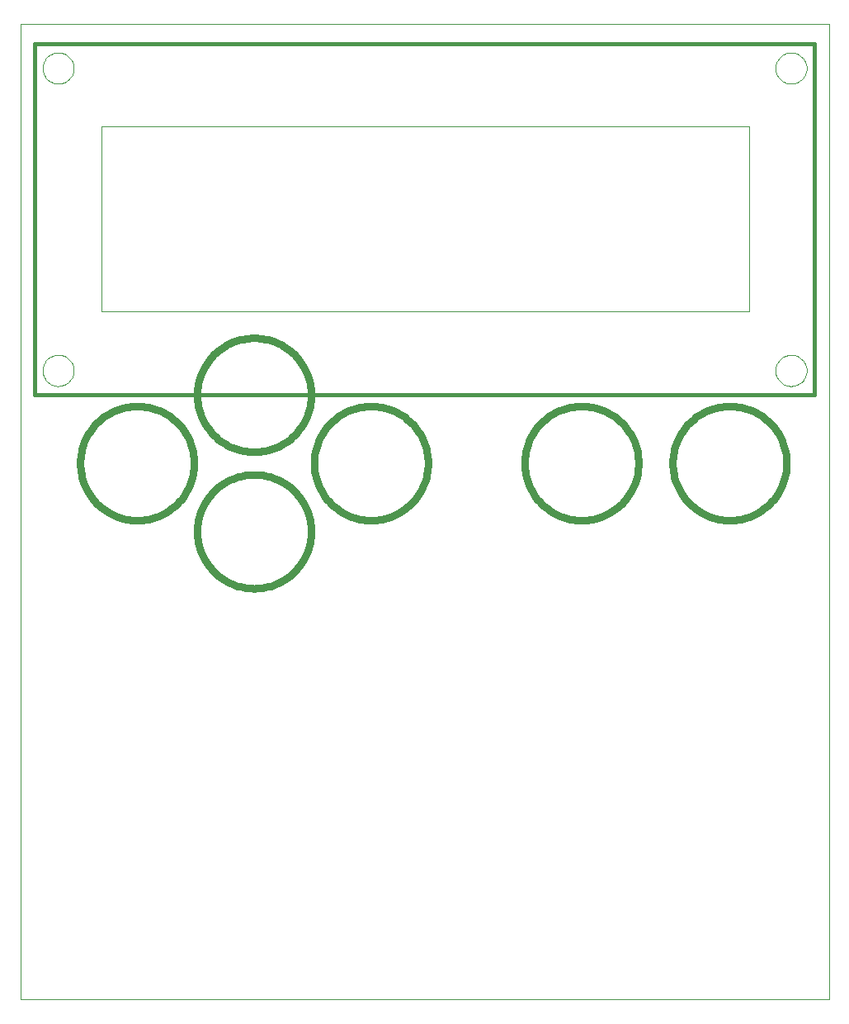
<source format=gbo>
G75*
G70*
%OFA0B0*%
%FSLAX24Y24*%
%IPPOS*%
%LPD*%
%AMOC8*
5,1,8,0,0,1.08239X$1,22.5*
%
%ADD10C,0.0000*%
%ADD11C,0.0160*%
%ADD12C,0.0300*%
D10*
X000100Y000100D02*
X000100Y039470D01*
X032777Y039470D01*
X032777Y000100D01*
X000100Y000100D01*
X001005Y025494D02*
X001007Y025544D01*
X001013Y025594D01*
X001023Y025643D01*
X001037Y025691D01*
X001054Y025738D01*
X001075Y025783D01*
X001100Y025827D01*
X001128Y025868D01*
X001160Y025907D01*
X001194Y025944D01*
X001231Y025978D01*
X001271Y026008D01*
X001313Y026035D01*
X001357Y026059D01*
X001403Y026080D01*
X001450Y026096D01*
X001498Y026109D01*
X001548Y026118D01*
X001597Y026123D01*
X001648Y026124D01*
X001698Y026121D01*
X001747Y026114D01*
X001796Y026103D01*
X001844Y026088D01*
X001890Y026070D01*
X001935Y026048D01*
X001978Y026022D01*
X002019Y025993D01*
X002058Y025961D01*
X002094Y025926D01*
X002126Y025888D01*
X002156Y025848D01*
X002183Y025805D01*
X002206Y025761D01*
X002225Y025715D01*
X002241Y025667D01*
X002253Y025618D01*
X002261Y025569D01*
X002265Y025519D01*
X002265Y025469D01*
X002261Y025419D01*
X002253Y025370D01*
X002241Y025321D01*
X002225Y025273D01*
X002206Y025227D01*
X002183Y025183D01*
X002156Y025140D01*
X002126Y025100D01*
X002094Y025062D01*
X002058Y025027D01*
X002019Y024995D01*
X001978Y024966D01*
X001935Y024940D01*
X001890Y024918D01*
X001844Y024900D01*
X001796Y024885D01*
X001747Y024874D01*
X001698Y024867D01*
X001648Y024864D01*
X001597Y024865D01*
X001548Y024870D01*
X001498Y024879D01*
X001450Y024892D01*
X001403Y024908D01*
X001357Y024929D01*
X001313Y024953D01*
X001271Y024980D01*
X001231Y025010D01*
X001194Y025044D01*
X001160Y025081D01*
X001128Y025120D01*
X001100Y025161D01*
X001075Y025205D01*
X001054Y025250D01*
X001037Y025297D01*
X001023Y025345D01*
X001013Y025394D01*
X001007Y025444D01*
X001005Y025494D01*
X003368Y027895D02*
X029549Y027895D01*
X029549Y035336D01*
X003368Y035336D01*
X003368Y027895D01*
X001005Y037698D02*
X001007Y037748D01*
X001013Y037798D01*
X001023Y037847D01*
X001037Y037895D01*
X001054Y037942D01*
X001075Y037987D01*
X001100Y038031D01*
X001128Y038072D01*
X001160Y038111D01*
X001194Y038148D01*
X001231Y038182D01*
X001271Y038212D01*
X001313Y038239D01*
X001357Y038263D01*
X001403Y038284D01*
X001450Y038300D01*
X001498Y038313D01*
X001548Y038322D01*
X001597Y038327D01*
X001648Y038328D01*
X001698Y038325D01*
X001747Y038318D01*
X001796Y038307D01*
X001844Y038292D01*
X001890Y038274D01*
X001935Y038252D01*
X001978Y038226D01*
X002019Y038197D01*
X002058Y038165D01*
X002094Y038130D01*
X002126Y038092D01*
X002156Y038052D01*
X002183Y038009D01*
X002206Y037965D01*
X002225Y037919D01*
X002241Y037871D01*
X002253Y037822D01*
X002261Y037773D01*
X002265Y037723D01*
X002265Y037673D01*
X002261Y037623D01*
X002253Y037574D01*
X002241Y037525D01*
X002225Y037477D01*
X002206Y037431D01*
X002183Y037387D01*
X002156Y037344D01*
X002126Y037304D01*
X002094Y037266D01*
X002058Y037231D01*
X002019Y037199D01*
X001978Y037170D01*
X001935Y037144D01*
X001890Y037122D01*
X001844Y037104D01*
X001796Y037089D01*
X001747Y037078D01*
X001698Y037071D01*
X001648Y037068D01*
X001597Y037069D01*
X001548Y037074D01*
X001498Y037083D01*
X001450Y037096D01*
X001403Y037112D01*
X001357Y037133D01*
X001313Y037157D01*
X001271Y037184D01*
X001231Y037214D01*
X001194Y037248D01*
X001160Y037285D01*
X001128Y037324D01*
X001100Y037365D01*
X001075Y037409D01*
X001054Y037454D01*
X001037Y037501D01*
X001023Y037549D01*
X001013Y037598D01*
X001007Y037648D01*
X001005Y037698D01*
X030612Y037698D02*
X030614Y037748D01*
X030620Y037798D01*
X030630Y037847D01*
X030644Y037895D01*
X030661Y037942D01*
X030682Y037987D01*
X030707Y038031D01*
X030735Y038072D01*
X030767Y038111D01*
X030801Y038148D01*
X030838Y038182D01*
X030878Y038212D01*
X030920Y038239D01*
X030964Y038263D01*
X031010Y038284D01*
X031057Y038300D01*
X031105Y038313D01*
X031155Y038322D01*
X031204Y038327D01*
X031255Y038328D01*
X031305Y038325D01*
X031354Y038318D01*
X031403Y038307D01*
X031451Y038292D01*
X031497Y038274D01*
X031542Y038252D01*
X031585Y038226D01*
X031626Y038197D01*
X031665Y038165D01*
X031701Y038130D01*
X031733Y038092D01*
X031763Y038052D01*
X031790Y038009D01*
X031813Y037965D01*
X031832Y037919D01*
X031848Y037871D01*
X031860Y037822D01*
X031868Y037773D01*
X031872Y037723D01*
X031872Y037673D01*
X031868Y037623D01*
X031860Y037574D01*
X031848Y037525D01*
X031832Y037477D01*
X031813Y037431D01*
X031790Y037387D01*
X031763Y037344D01*
X031733Y037304D01*
X031701Y037266D01*
X031665Y037231D01*
X031626Y037199D01*
X031585Y037170D01*
X031542Y037144D01*
X031497Y037122D01*
X031451Y037104D01*
X031403Y037089D01*
X031354Y037078D01*
X031305Y037071D01*
X031255Y037068D01*
X031204Y037069D01*
X031155Y037074D01*
X031105Y037083D01*
X031057Y037096D01*
X031010Y037112D01*
X030964Y037133D01*
X030920Y037157D01*
X030878Y037184D01*
X030838Y037214D01*
X030801Y037248D01*
X030767Y037285D01*
X030735Y037324D01*
X030707Y037365D01*
X030682Y037409D01*
X030661Y037454D01*
X030644Y037501D01*
X030630Y037549D01*
X030620Y037598D01*
X030614Y037648D01*
X030612Y037698D01*
X030612Y025494D02*
X030614Y025544D01*
X030620Y025594D01*
X030630Y025643D01*
X030644Y025691D01*
X030661Y025738D01*
X030682Y025783D01*
X030707Y025827D01*
X030735Y025868D01*
X030767Y025907D01*
X030801Y025944D01*
X030838Y025978D01*
X030878Y026008D01*
X030920Y026035D01*
X030964Y026059D01*
X031010Y026080D01*
X031057Y026096D01*
X031105Y026109D01*
X031155Y026118D01*
X031204Y026123D01*
X031255Y026124D01*
X031305Y026121D01*
X031354Y026114D01*
X031403Y026103D01*
X031451Y026088D01*
X031497Y026070D01*
X031542Y026048D01*
X031585Y026022D01*
X031626Y025993D01*
X031665Y025961D01*
X031701Y025926D01*
X031733Y025888D01*
X031763Y025848D01*
X031790Y025805D01*
X031813Y025761D01*
X031832Y025715D01*
X031848Y025667D01*
X031860Y025618D01*
X031868Y025569D01*
X031872Y025519D01*
X031872Y025469D01*
X031868Y025419D01*
X031860Y025370D01*
X031848Y025321D01*
X031832Y025273D01*
X031813Y025227D01*
X031790Y025183D01*
X031763Y025140D01*
X031733Y025100D01*
X031701Y025062D01*
X031665Y025027D01*
X031626Y024995D01*
X031585Y024966D01*
X031542Y024940D01*
X031497Y024918D01*
X031451Y024900D01*
X031403Y024885D01*
X031354Y024874D01*
X031305Y024867D01*
X031255Y024864D01*
X031204Y024865D01*
X031155Y024870D01*
X031105Y024879D01*
X031057Y024892D01*
X031010Y024908D01*
X030964Y024929D01*
X030920Y024953D01*
X030878Y024980D01*
X030838Y025010D01*
X030801Y025044D01*
X030767Y025081D01*
X030735Y025120D01*
X030707Y025161D01*
X030682Y025205D01*
X030661Y025250D01*
X030644Y025297D01*
X030630Y025345D01*
X030620Y025394D01*
X030614Y025444D01*
X030612Y025494D01*
D11*
X032187Y024509D02*
X000691Y024509D01*
X000691Y038683D01*
X032187Y038683D01*
X032187Y024509D01*
D12*
X026461Y021754D02*
X026464Y021867D01*
X026472Y021979D01*
X026486Y022091D01*
X026505Y022203D01*
X026530Y022313D01*
X026560Y022422D01*
X026595Y022529D01*
X026636Y022634D01*
X026682Y022737D01*
X026733Y022838D01*
X026788Y022936D01*
X026849Y023032D01*
X026914Y023124D01*
X026983Y023213D01*
X027057Y023299D01*
X027135Y023380D01*
X027216Y023458D01*
X027302Y023532D01*
X027391Y023601D01*
X027483Y023666D01*
X027579Y023727D01*
X027677Y023782D01*
X027778Y023833D01*
X027881Y023879D01*
X027986Y023920D01*
X028093Y023955D01*
X028202Y023985D01*
X028312Y024010D01*
X028424Y024029D01*
X028536Y024043D01*
X028648Y024051D01*
X028761Y024054D01*
X028874Y024051D01*
X028986Y024043D01*
X029098Y024029D01*
X029210Y024010D01*
X029320Y023985D01*
X029429Y023955D01*
X029536Y023920D01*
X029641Y023879D01*
X029744Y023833D01*
X029845Y023782D01*
X029943Y023727D01*
X030039Y023666D01*
X030131Y023601D01*
X030220Y023532D01*
X030306Y023458D01*
X030387Y023380D01*
X030465Y023299D01*
X030539Y023213D01*
X030608Y023124D01*
X030673Y023032D01*
X030734Y022936D01*
X030789Y022838D01*
X030840Y022737D01*
X030886Y022634D01*
X030927Y022529D01*
X030962Y022422D01*
X030992Y022313D01*
X031017Y022203D01*
X031036Y022091D01*
X031050Y021979D01*
X031058Y021867D01*
X031061Y021754D01*
X031058Y021641D01*
X031050Y021529D01*
X031036Y021417D01*
X031017Y021305D01*
X030992Y021195D01*
X030962Y021086D01*
X030927Y020979D01*
X030886Y020874D01*
X030840Y020771D01*
X030789Y020670D01*
X030734Y020572D01*
X030673Y020476D01*
X030608Y020384D01*
X030539Y020295D01*
X030465Y020209D01*
X030387Y020128D01*
X030306Y020050D01*
X030220Y019976D01*
X030131Y019907D01*
X030039Y019842D01*
X029943Y019781D01*
X029845Y019726D01*
X029744Y019675D01*
X029641Y019629D01*
X029536Y019588D01*
X029429Y019553D01*
X029320Y019523D01*
X029210Y019498D01*
X029098Y019479D01*
X028986Y019465D01*
X028874Y019457D01*
X028761Y019454D01*
X028648Y019457D01*
X028536Y019465D01*
X028424Y019479D01*
X028312Y019498D01*
X028202Y019523D01*
X028093Y019553D01*
X027986Y019588D01*
X027881Y019629D01*
X027778Y019675D01*
X027677Y019726D01*
X027579Y019781D01*
X027483Y019842D01*
X027391Y019907D01*
X027302Y019976D01*
X027216Y020050D01*
X027135Y020128D01*
X027057Y020209D01*
X026983Y020295D01*
X026914Y020384D01*
X026849Y020476D01*
X026788Y020572D01*
X026733Y020670D01*
X026682Y020771D01*
X026636Y020874D01*
X026595Y020979D01*
X026560Y021086D01*
X026530Y021195D01*
X026505Y021305D01*
X026486Y021417D01*
X026472Y021529D01*
X026464Y021641D01*
X026461Y021754D01*
X020477Y021754D02*
X020480Y021867D01*
X020488Y021979D01*
X020502Y022091D01*
X020521Y022203D01*
X020546Y022313D01*
X020576Y022422D01*
X020611Y022529D01*
X020652Y022634D01*
X020698Y022737D01*
X020749Y022838D01*
X020804Y022936D01*
X020865Y023032D01*
X020930Y023124D01*
X020999Y023213D01*
X021073Y023299D01*
X021151Y023380D01*
X021232Y023458D01*
X021318Y023532D01*
X021407Y023601D01*
X021499Y023666D01*
X021595Y023727D01*
X021693Y023782D01*
X021794Y023833D01*
X021897Y023879D01*
X022002Y023920D01*
X022109Y023955D01*
X022218Y023985D01*
X022328Y024010D01*
X022440Y024029D01*
X022552Y024043D01*
X022664Y024051D01*
X022777Y024054D01*
X022890Y024051D01*
X023002Y024043D01*
X023114Y024029D01*
X023226Y024010D01*
X023336Y023985D01*
X023445Y023955D01*
X023552Y023920D01*
X023657Y023879D01*
X023760Y023833D01*
X023861Y023782D01*
X023959Y023727D01*
X024055Y023666D01*
X024147Y023601D01*
X024236Y023532D01*
X024322Y023458D01*
X024403Y023380D01*
X024481Y023299D01*
X024555Y023213D01*
X024624Y023124D01*
X024689Y023032D01*
X024750Y022936D01*
X024805Y022838D01*
X024856Y022737D01*
X024902Y022634D01*
X024943Y022529D01*
X024978Y022422D01*
X025008Y022313D01*
X025033Y022203D01*
X025052Y022091D01*
X025066Y021979D01*
X025074Y021867D01*
X025077Y021754D01*
X025074Y021641D01*
X025066Y021529D01*
X025052Y021417D01*
X025033Y021305D01*
X025008Y021195D01*
X024978Y021086D01*
X024943Y020979D01*
X024902Y020874D01*
X024856Y020771D01*
X024805Y020670D01*
X024750Y020572D01*
X024689Y020476D01*
X024624Y020384D01*
X024555Y020295D01*
X024481Y020209D01*
X024403Y020128D01*
X024322Y020050D01*
X024236Y019976D01*
X024147Y019907D01*
X024055Y019842D01*
X023959Y019781D01*
X023861Y019726D01*
X023760Y019675D01*
X023657Y019629D01*
X023552Y019588D01*
X023445Y019553D01*
X023336Y019523D01*
X023226Y019498D01*
X023114Y019479D01*
X023002Y019465D01*
X022890Y019457D01*
X022777Y019454D01*
X022664Y019457D01*
X022552Y019465D01*
X022440Y019479D01*
X022328Y019498D01*
X022218Y019523D01*
X022109Y019553D01*
X022002Y019588D01*
X021897Y019629D01*
X021794Y019675D01*
X021693Y019726D01*
X021595Y019781D01*
X021499Y019842D01*
X021407Y019907D01*
X021318Y019976D01*
X021232Y020050D01*
X021151Y020128D01*
X021073Y020209D01*
X020999Y020295D01*
X020930Y020384D01*
X020865Y020476D01*
X020804Y020572D01*
X020749Y020670D01*
X020698Y020771D01*
X020652Y020874D01*
X020611Y020979D01*
X020576Y021086D01*
X020546Y021195D01*
X020521Y021305D01*
X020502Y021417D01*
X020488Y021529D01*
X020480Y021641D01*
X020477Y021754D01*
X011973Y021754D02*
X011976Y021867D01*
X011984Y021979D01*
X011998Y022091D01*
X012017Y022203D01*
X012042Y022313D01*
X012072Y022422D01*
X012107Y022529D01*
X012148Y022634D01*
X012194Y022737D01*
X012245Y022838D01*
X012300Y022936D01*
X012361Y023032D01*
X012426Y023124D01*
X012495Y023213D01*
X012569Y023299D01*
X012647Y023380D01*
X012728Y023458D01*
X012814Y023532D01*
X012903Y023601D01*
X012995Y023666D01*
X013091Y023727D01*
X013189Y023782D01*
X013290Y023833D01*
X013393Y023879D01*
X013498Y023920D01*
X013605Y023955D01*
X013714Y023985D01*
X013824Y024010D01*
X013936Y024029D01*
X014048Y024043D01*
X014160Y024051D01*
X014273Y024054D01*
X014386Y024051D01*
X014498Y024043D01*
X014610Y024029D01*
X014722Y024010D01*
X014832Y023985D01*
X014941Y023955D01*
X015048Y023920D01*
X015153Y023879D01*
X015256Y023833D01*
X015357Y023782D01*
X015455Y023727D01*
X015551Y023666D01*
X015643Y023601D01*
X015732Y023532D01*
X015818Y023458D01*
X015899Y023380D01*
X015977Y023299D01*
X016051Y023213D01*
X016120Y023124D01*
X016185Y023032D01*
X016246Y022936D01*
X016301Y022838D01*
X016352Y022737D01*
X016398Y022634D01*
X016439Y022529D01*
X016474Y022422D01*
X016504Y022313D01*
X016529Y022203D01*
X016548Y022091D01*
X016562Y021979D01*
X016570Y021867D01*
X016573Y021754D01*
X016570Y021641D01*
X016562Y021529D01*
X016548Y021417D01*
X016529Y021305D01*
X016504Y021195D01*
X016474Y021086D01*
X016439Y020979D01*
X016398Y020874D01*
X016352Y020771D01*
X016301Y020670D01*
X016246Y020572D01*
X016185Y020476D01*
X016120Y020384D01*
X016051Y020295D01*
X015977Y020209D01*
X015899Y020128D01*
X015818Y020050D01*
X015732Y019976D01*
X015643Y019907D01*
X015551Y019842D01*
X015455Y019781D01*
X015357Y019726D01*
X015256Y019675D01*
X015153Y019629D01*
X015048Y019588D01*
X014941Y019553D01*
X014832Y019523D01*
X014722Y019498D01*
X014610Y019479D01*
X014498Y019465D01*
X014386Y019457D01*
X014273Y019454D01*
X014160Y019457D01*
X014048Y019465D01*
X013936Y019479D01*
X013824Y019498D01*
X013714Y019523D01*
X013605Y019553D01*
X013498Y019588D01*
X013393Y019629D01*
X013290Y019675D01*
X013189Y019726D01*
X013091Y019781D01*
X012995Y019842D01*
X012903Y019907D01*
X012814Y019976D01*
X012728Y020050D01*
X012647Y020128D01*
X012569Y020209D01*
X012495Y020295D01*
X012426Y020384D01*
X012361Y020476D01*
X012300Y020572D01*
X012245Y020670D01*
X012194Y020771D01*
X012148Y020874D01*
X012107Y020979D01*
X012072Y021086D01*
X012042Y021195D01*
X012017Y021305D01*
X011998Y021417D01*
X011984Y021529D01*
X011976Y021641D01*
X011973Y021754D01*
X007249Y024509D02*
X007252Y024622D01*
X007260Y024734D01*
X007274Y024846D01*
X007293Y024958D01*
X007318Y025068D01*
X007348Y025177D01*
X007383Y025284D01*
X007424Y025389D01*
X007470Y025492D01*
X007521Y025593D01*
X007576Y025691D01*
X007637Y025787D01*
X007702Y025879D01*
X007771Y025968D01*
X007845Y026054D01*
X007923Y026135D01*
X008004Y026213D01*
X008090Y026287D01*
X008179Y026356D01*
X008271Y026421D01*
X008367Y026482D01*
X008465Y026537D01*
X008566Y026588D01*
X008669Y026634D01*
X008774Y026675D01*
X008881Y026710D01*
X008990Y026740D01*
X009100Y026765D01*
X009212Y026784D01*
X009324Y026798D01*
X009436Y026806D01*
X009549Y026809D01*
X009662Y026806D01*
X009774Y026798D01*
X009886Y026784D01*
X009998Y026765D01*
X010108Y026740D01*
X010217Y026710D01*
X010324Y026675D01*
X010429Y026634D01*
X010532Y026588D01*
X010633Y026537D01*
X010731Y026482D01*
X010827Y026421D01*
X010919Y026356D01*
X011008Y026287D01*
X011094Y026213D01*
X011175Y026135D01*
X011253Y026054D01*
X011327Y025968D01*
X011396Y025879D01*
X011461Y025787D01*
X011522Y025691D01*
X011577Y025593D01*
X011628Y025492D01*
X011674Y025389D01*
X011715Y025284D01*
X011750Y025177D01*
X011780Y025068D01*
X011805Y024958D01*
X011824Y024846D01*
X011838Y024734D01*
X011846Y024622D01*
X011849Y024509D01*
X011846Y024396D01*
X011838Y024284D01*
X011824Y024172D01*
X011805Y024060D01*
X011780Y023950D01*
X011750Y023841D01*
X011715Y023734D01*
X011674Y023629D01*
X011628Y023526D01*
X011577Y023425D01*
X011522Y023327D01*
X011461Y023231D01*
X011396Y023139D01*
X011327Y023050D01*
X011253Y022964D01*
X011175Y022883D01*
X011094Y022805D01*
X011008Y022731D01*
X010919Y022662D01*
X010827Y022597D01*
X010731Y022536D01*
X010633Y022481D01*
X010532Y022430D01*
X010429Y022384D01*
X010324Y022343D01*
X010217Y022308D01*
X010108Y022278D01*
X009998Y022253D01*
X009886Y022234D01*
X009774Y022220D01*
X009662Y022212D01*
X009549Y022209D01*
X009436Y022212D01*
X009324Y022220D01*
X009212Y022234D01*
X009100Y022253D01*
X008990Y022278D01*
X008881Y022308D01*
X008774Y022343D01*
X008669Y022384D01*
X008566Y022430D01*
X008465Y022481D01*
X008367Y022536D01*
X008271Y022597D01*
X008179Y022662D01*
X008090Y022731D01*
X008004Y022805D01*
X007923Y022883D01*
X007845Y022964D01*
X007771Y023050D01*
X007702Y023139D01*
X007637Y023231D01*
X007576Y023327D01*
X007521Y023425D01*
X007470Y023526D01*
X007424Y023629D01*
X007383Y023734D01*
X007348Y023841D01*
X007318Y023950D01*
X007293Y024060D01*
X007274Y024172D01*
X007260Y024284D01*
X007252Y024396D01*
X007249Y024509D01*
X002524Y021754D02*
X002527Y021867D01*
X002535Y021979D01*
X002549Y022091D01*
X002568Y022203D01*
X002593Y022313D01*
X002623Y022422D01*
X002658Y022529D01*
X002699Y022634D01*
X002745Y022737D01*
X002796Y022838D01*
X002851Y022936D01*
X002912Y023032D01*
X002977Y023124D01*
X003046Y023213D01*
X003120Y023299D01*
X003198Y023380D01*
X003279Y023458D01*
X003365Y023532D01*
X003454Y023601D01*
X003546Y023666D01*
X003642Y023727D01*
X003740Y023782D01*
X003841Y023833D01*
X003944Y023879D01*
X004049Y023920D01*
X004156Y023955D01*
X004265Y023985D01*
X004375Y024010D01*
X004487Y024029D01*
X004599Y024043D01*
X004711Y024051D01*
X004824Y024054D01*
X004937Y024051D01*
X005049Y024043D01*
X005161Y024029D01*
X005273Y024010D01*
X005383Y023985D01*
X005492Y023955D01*
X005599Y023920D01*
X005704Y023879D01*
X005807Y023833D01*
X005908Y023782D01*
X006006Y023727D01*
X006102Y023666D01*
X006194Y023601D01*
X006283Y023532D01*
X006369Y023458D01*
X006450Y023380D01*
X006528Y023299D01*
X006602Y023213D01*
X006671Y023124D01*
X006736Y023032D01*
X006797Y022936D01*
X006852Y022838D01*
X006903Y022737D01*
X006949Y022634D01*
X006990Y022529D01*
X007025Y022422D01*
X007055Y022313D01*
X007080Y022203D01*
X007099Y022091D01*
X007113Y021979D01*
X007121Y021867D01*
X007124Y021754D01*
X007121Y021641D01*
X007113Y021529D01*
X007099Y021417D01*
X007080Y021305D01*
X007055Y021195D01*
X007025Y021086D01*
X006990Y020979D01*
X006949Y020874D01*
X006903Y020771D01*
X006852Y020670D01*
X006797Y020572D01*
X006736Y020476D01*
X006671Y020384D01*
X006602Y020295D01*
X006528Y020209D01*
X006450Y020128D01*
X006369Y020050D01*
X006283Y019976D01*
X006194Y019907D01*
X006102Y019842D01*
X006006Y019781D01*
X005908Y019726D01*
X005807Y019675D01*
X005704Y019629D01*
X005599Y019588D01*
X005492Y019553D01*
X005383Y019523D01*
X005273Y019498D01*
X005161Y019479D01*
X005049Y019465D01*
X004937Y019457D01*
X004824Y019454D01*
X004711Y019457D01*
X004599Y019465D01*
X004487Y019479D01*
X004375Y019498D01*
X004265Y019523D01*
X004156Y019553D01*
X004049Y019588D01*
X003944Y019629D01*
X003841Y019675D01*
X003740Y019726D01*
X003642Y019781D01*
X003546Y019842D01*
X003454Y019907D01*
X003365Y019976D01*
X003279Y020050D01*
X003198Y020128D01*
X003120Y020209D01*
X003046Y020295D01*
X002977Y020384D01*
X002912Y020476D01*
X002851Y020572D01*
X002796Y020670D01*
X002745Y020771D01*
X002699Y020874D01*
X002658Y020979D01*
X002623Y021086D01*
X002593Y021195D01*
X002568Y021305D01*
X002549Y021417D01*
X002535Y021529D01*
X002527Y021641D01*
X002524Y021754D01*
X007249Y018998D02*
X007252Y019111D01*
X007260Y019223D01*
X007274Y019335D01*
X007293Y019447D01*
X007318Y019557D01*
X007348Y019666D01*
X007383Y019773D01*
X007424Y019878D01*
X007470Y019981D01*
X007521Y020082D01*
X007576Y020180D01*
X007637Y020276D01*
X007702Y020368D01*
X007771Y020457D01*
X007845Y020543D01*
X007923Y020624D01*
X008004Y020702D01*
X008090Y020776D01*
X008179Y020845D01*
X008271Y020910D01*
X008367Y020971D01*
X008465Y021026D01*
X008566Y021077D01*
X008669Y021123D01*
X008774Y021164D01*
X008881Y021199D01*
X008990Y021229D01*
X009100Y021254D01*
X009212Y021273D01*
X009324Y021287D01*
X009436Y021295D01*
X009549Y021298D01*
X009662Y021295D01*
X009774Y021287D01*
X009886Y021273D01*
X009998Y021254D01*
X010108Y021229D01*
X010217Y021199D01*
X010324Y021164D01*
X010429Y021123D01*
X010532Y021077D01*
X010633Y021026D01*
X010731Y020971D01*
X010827Y020910D01*
X010919Y020845D01*
X011008Y020776D01*
X011094Y020702D01*
X011175Y020624D01*
X011253Y020543D01*
X011327Y020457D01*
X011396Y020368D01*
X011461Y020276D01*
X011522Y020180D01*
X011577Y020082D01*
X011628Y019981D01*
X011674Y019878D01*
X011715Y019773D01*
X011750Y019666D01*
X011780Y019557D01*
X011805Y019447D01*
X011824Y019335D01*
X011838Y019223D01*
X011846Y019111D01*
X011849Y018998D01*
X011846Y018885D01*
X011838Y018773D01*
X011824Y018661D01*
X011805Y018549D01*
X011780Y018439D01*
X011750Y018330D01*
X011715Y018223D01*
X011674Y018118D01*
X011628Y018015D01*
X011577Y017914D01*
X011522Y017816D01*
X011461Y017720D01*
X011396Y017628D01*
X011327Y017539D01*
X011253Y017453D01*
X011175Y017372D01*
X011094Y017294D01*
X011008Y017220D01*
X010919Y017151D01*
X010827Y017086D01*
X010731Y017025D01*
X010633Y016970D01*
X010532Y016919D01*
X010429Y016873D01*
X010324Y016832D01*
X010217Y016797D01*
X010108Y016767D01*
X009998Y016742D01*
X009886Y016723D01*
X009774Y016709D01*
X009662Y016701D01*
X009549Y016698D01*
X009436Y016701D01*
X009324Y016709D01*
X009212Y016723D01*
X009100Y016742D01*
X008990Y016767D01*
X008881Y016797D01*
X008774Y016832D01*
X008669Y016873D01*
X008566Y016919D01*
X008465Y016970D01*
X008367Y017025D01*
X008271Y017086D01*
X008179Y017151D01*
X008090Y017220D01*
X008004Y017294D01*
X007923Y017372D01*
X007845Y017453D01*
X007771Y017539D01*
X007702Y017628D01*
X007637Y017720D01*
X007576Y017816D01*
X007521Y017914D01*
X007470Y018015D01*
X007424Y018118D01*
X007383Y018223D01*
X007348Y018330D01*
X007318Y018439D01*
X007293Y018549D01*
X007274Y018661D01*
X007260Y018773D01*
X007252Y018885D01*
X007249Y018998D01*
M02*

</source>
